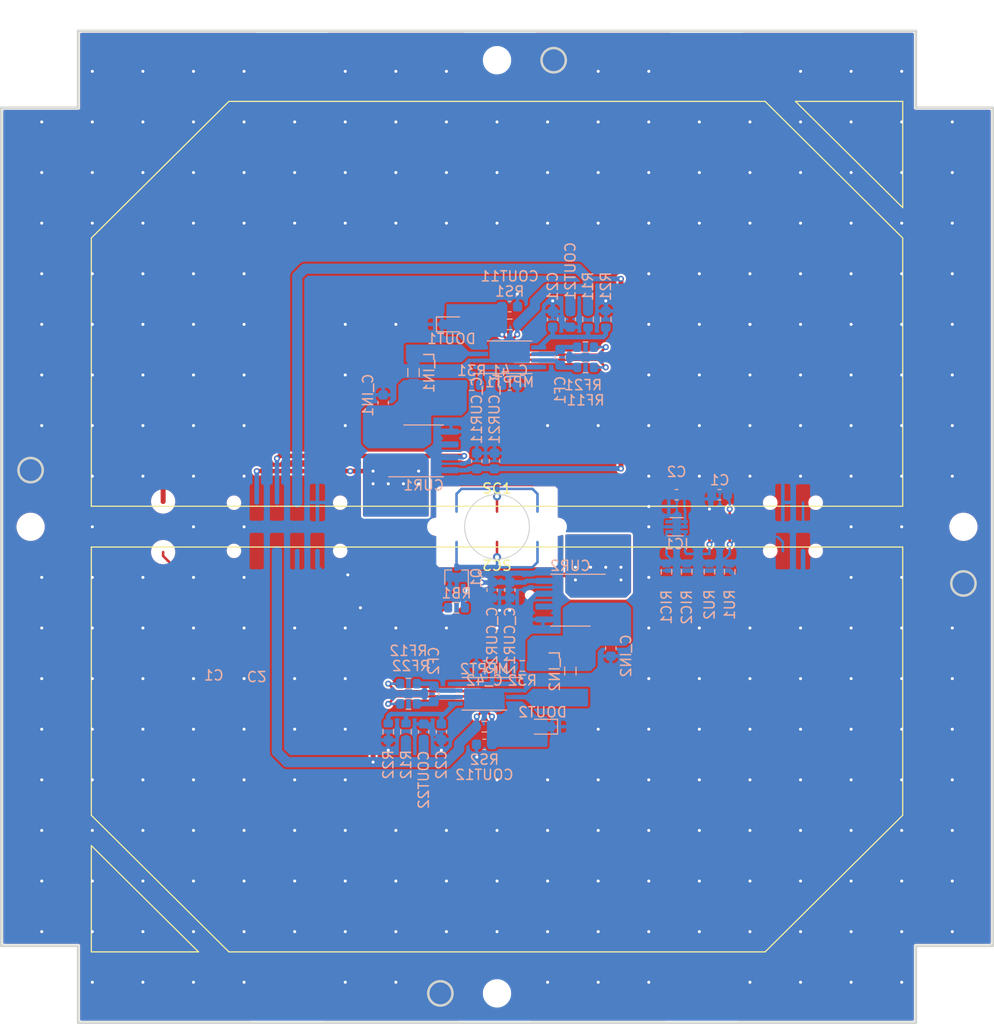
<source format=kicad_pcb>
(kicad_pcb (version 20211014) (generator pcbnew)
  (layers (0 "F.Cu" signal) (31 "B.Cu" signal) (34 "B.Paste" user) (35 "F.Paste" user) (36 "B.SilkS" user "B.Silkscreen") (37 "F.SilkS" user "F.Silkscreen") (38 "B.Mask" user) (39 "F.Mask" user) (44 "Edge.Cuts" user))
  (net 0 "")
  (net 1 "GND")
  (net 2 "/Sensors/VBAT")
  (net 3 "/+3V3")
  (net 4 "/SCL")
  (net 6 "/SDA")
  (net 7 "Net-(Q1-Pad1)")
  (net 8 "Net-(Q1-Pad3)")
  (net 9 "Net-(C21-Pad1)")
  (net 10 "/AntennaDeployment/Deploy")
  (net 11 "/AntennaDeployment/VBAT")
  (net 12 "Net-(C22-Pad1)")
  (net 13 "Net-(CF2-Pad1)")
  (net 14 "Net-(CF1-Pad1)")
  (net 15 "/SC1_V+")
  (net 16 "/SC1_I+")
  (net 17 "/MPPT1")
  (net 18 "Net-(CF1-Pad2)")
  (net 19 "/MPPT2")
  (net 20 "/SC2_I+")
  (net 21 "/SC2_V+")
  (net 22 "Net-(CF2-Pad2)")
  (net 25 "Net-(C_41-Pad2)")
  (net 26 "Net-(C_42-Pad2)")
  (net 27 "/SolarMPPT/MPPT1_OUT")
  (net 28 "/SolarMPPT/MPPT2_OUT")
  (net 29 "/SolarMPPT/CUR1_OUT")
  (net 30 "/SolarMPPT/CUR2_OUT")
  (net 31 "/SolarMPPT/MPPT1_IN")
  (net 32 "/SolarMPPT/MPPT2_IN")
  (footprint "STS_Connector:3G30A_40x80" (layer "F.Cu") (at 125 111.5 180)
    (fp_text reference "SC2")
    (fp_text value "Solar_Cell")
  )
  (footprint "USER_OUTLINE:OUTLINE_SidepanelZ+" (layer "F.Cu") (at 125 89.5)
    (fp_text reference "Outline1" hide)
    (fp_text value "OUTLINE_Sidepanel")
    (fp_line (start 41.4 -41.4) (end 49 -41.4) (layer "Edge.Cuts") (width 0.25))
    (fp_line (start -41.4 41.4) (end -49 41.4) (layer "Edge.Cuts") (width 0.25))
    (fp_line (start 49 -41.4) (end 49 41.4) (layer "Edge.Cuts") (width 0.25))
    (fp_line (start -49 -41.4) (end -41.4 -41.4) (layer "Edge.Cuts") (width 0.25))
    (fp_line (start -41.4 49) (end -41.4 41.4) (layer "Edge.Cuts") (width 0.25))
    (fp_line (start 41.4 41.4) (end 41.4 49) (layer "Edge.Cuts") (width 0.25))
    (fp_line (start -41.4 -41.4) (end -41.4 -49) (layer "Edge.Cuts") (width 0.25))
    (fp_line (start -41.4 -49) (end 41.4 -49) (layer "Edge.Cuts") (width 0.25))
    (fp_line (start -41.4 49) (end 41.4 49) (layer "Edge.Cuts") (width 0.25))
    (fp_line (start -49 -41.4) (end -49 41.4) (layer "Edge.Cuts") (width 0.25))
    (fp_line (start 49 41.4) (end 41.4 41.4) (layer "Edge.Cuts") (width 0.25))
    (fp_line (start 41.4 -49) (end 41.4 -41.4) (layer "Edge.Cuts") (width 0.25))
    (fp_circle (center -46.1 -5.6) (end -44.9 -5.6) (layer "Edge.Cuts") (width 0.25) (fill none))
    (fp_circle (center 5.6 -46.1) (end 6.8 -46.1) (layer "Edge.Cuts") (width 0.25) (fill none))
    (fp_circle (center -5.6 46.1) (end -4.4 46.1) (layer "Edge.Cuts") (width 0.25) (fill none))
    (fp_circle (center 46.1 5.6) (end 47.3 5.6) (layer "Edge.Cuts") (width 0.25) (fill none))
  )
  (footprint "STS_Connector:3G30A_40x80" (layer "F.Cu") (at 125 67.47)
    (fp_text reference "SC1")
    (fp_text value "Solar_Cell")
  )
  (footprint "Resistor_SMD:R_0603_1608Metric" (layer "B.Cu") (at 114.25 109.75 90)
    (fp_text reference "R22")
    (fp_text value "tbd")
  )
  (footprint "Resistor_SMD:R_0603_1608Metric" (layer "B.Cu") (at 135.75 69 -90)
    (fp_text reference "R21")
    (fp_text value "tbd")
  )
  (footprint "Inductor_SMD:L_0805_2012Metric" (layer "B.Cu") (at 116.745 74.26 90)
    (fp_text reference "L_IN1")
    (fp_text value "10u")
  )
  (footprint "Resistor_SMD:R_0603_1608Metric" (layer "B.Cu") (at 116.25 105)
    (fp_text reference "RF12")
    (fp_text value "1k")
  )
  (footprint "Capacitor_SMD:C_0603_1608Metric" (layer "B.Cu") (at 147 86.325 180)
    (fp_text reference "C1")
    (fp_text value "1u")
  )
  (footprint "Capacitor_SMD:C_0603_1608Metric" (layer "B.Cu") (at 142.75 86.325)
    (fp_text reference "C2")
    (fp_text value "1u")
  )
  (footprint "Capacitor_SMD:C_0603_1608Metric" (layer "B.Cu") (at 113.75 77.25 90)
    (fp_text reference "C_IN1")
    (fp_text value "10u")
  )
  (footprint "Package_TO_SOT_SMD:SOT-563" (layer "B.Cu") (at 142.75 89.5)
    (fp_text reference "IC1")
    (fp_text value "TMP112AQDRLRQ1")
  )
  (footprint "Resistor_SMD:R_0603_1608Metric" (layer "B.Cu") (at 116.25 107)
    (fp_text reference "RF22")
    (fp_text value "1k")
  )
  (footprint "Package_SO:SOIC-8_3.9x4.9mm_P1.27mm" (layer "B.Cu") (at 132.25 96.75 180)
    (fp_text reference "CUR2")
    (fp_text value "TMCS1101A3BQDT")
  )
  (footprint "Package_TO_SOT_SMD:SOT-323_SC-70" (layer "B.Cu") (at 121 94.5 90)
    (fp_text reference "Q1")
    (fp_text value "BSS214NW" hide)
  )
  (footprint "LED_SMD:LED_0603_1608Metric" (layer "B.Cu") (at 129.5 109.25 180)
    (fp_text reference "DOUT2")
    (fp_text value "SMM4F5.0")
  )
  (footprint "Capacitor_SMD:C_0603_1608Metric" (layer "B.Cu") (at 117.75 109.75 90)
    (fp_text reference "COUT22")
    (fp_text value "10u")
  )
  (footprint "Capacitor_SMD:C_0603_1608Metric" (layer "B.Cu") (at 132.25 69 -90)
    (fp_text reference "COUT21")
    (fp_text value "10u")
  )
  (footprint "Capacitor_SMD:C_0603_1608Metric" (layer "B.Cu") (at 123.75 111 180)
    (fp_text reference "COUT12")
    (fp_text value "4u7")
  )
  (footprint "Resistor_SMD:R_0603_1608Metric" (layer "B.Cu") (at 134 69 90)
    (fp_text reference "R11")
    (fp_text value "1M")
  )
  (footprint "Capacitor_SMD:C_0603_1608Metric" (layer "B.Cu") (at 118.75 106 90)
    (fp_text reference "CF2")
    (fp_text value "1u")
  )
  (footprint "Capacitor_SMD:C_0603_1608Metric" (layer "B.Cu") (at 124.75 83 90)
    (fp_text reference "C_CUR21")
    (fp_text value "10u")
  )
  (footprint "Resistor_SMD:R_0603_1608Metric" (layer "B.Cu") (at 146 93.945 90)
    (fp_text reference "RU2")
    (fp_text value "4k7")
  )
  (footprint "Diode_SMD:D_0603_1608Metric" (layer "B.Cu") (at 120.5 69.5)
    (fp_text reference "DOUT1")
    (fp_text value "SMM4F5.0")
  )
  (footprint "Resistor_SMD:R_0603_1608Metric" (layer "B.Cu") (at 126.25 69.5 180)
    (fp_text reference "RS1")
    (fp_text value "0R01")
  )
  (footprint "Package_SO:TSSOP-8_4.4x3mm_P0.65mm" (layer "B.Cu") (at 126.25 72.75)
    (fp_text reference "MPPT1")
    (fp_text value "SPV1040TTR")
  )
  (footprint "Capacitor_SMD:C_0603_1608Metric" (layer "B.Cu") (at 126.27 95.75 90)
    (fp_text reference "C_CUR12")
    (fp_text value "100n")
  )
  (footprint "Capacitor_SMD:C_0603_1608Metric" (layer "B.Cu") (at 131.25 72.75 -90)
    (fp_text reference "CF1")
    (fp_text value "1u")
  )
  (footprint "Resistor_SMD:R_0603_1608Metric" (layer "B.Cu") (at 133.75 71.75 180)
    (fp_text reference "RF21")
    (fp_text value "1k")
  )
  (footprint "Capacitor_SMD:C_0603_1608Metric" (layer "B.Cu") (at 136.25 101.5 -90)
    (fp_text reference "C_IN2")
    (fp_text value "10u")
  )
  (footprint "Resistor_SMD:R_0603_1608Metric" (layer "B.Cu") (at 116 109.75 -90)
    (fp_text reference "R12")
    (fp_text value "1M")
  )
  (footprint "Capacitor_SMD:C_0603_1608Metric" (layer "B.Cu") (at 123.75 103.25)
    (fp_text reference "C_42")
    (fp_text value "100n")
  )
  (footprint "Resistor_SMD:R_0603_1608Metric" (layer "B.Cu") (at 148 93.945 90)
    (fp_text reference "RU1")
    (fp_text value "4k7")
  )
  (footprint "Capacitor_SMD:C_0603_1608Metric" (layer "B.Cu") (at 123 83 -90)
    (fp_text reference "C_CUR11")
    (fp_text value "100n")
  )
  (footprint "Inductor_SMD:L_0805_2012Metric" (layer "B.Cu") (at 132.25 103.75 -90)
    (fp_text reference "L_IN2")
    (fp_text value "10u")
  )
  (footprint "Package_SO:SOIC-8_3.9x4.9mm_P1.27mm" (layer "B.Cu") (at 117.75 82)
    (fp_text reference "CUR1")
    (fp_text value "TMCS1101A3BQDT")
  )
  (footprint "Resistor_SMD:R_0603_1608Metric" (layer "B.Cu") (at 141.75 93.945 90)
    (fp_text reference "RIC1")
    (fp_text value "4k7")
  )
  (footprint "Resistor_SMD:R_0603_1608Metric" (layer "B.Cu") (at 122.5 75.5 180)
    (fp_text reference "R31")
    (fp_text value "1k")
  )
  (footprint "Package_SO:TSSOP-8_4.4x3mm_P0.65mm" (layer "B.Cu") (at 123.75 106 180)
    (fp_text reference "MPPT2")
    (fp_text value "SPV1040TTR")
  )
  (footprint "Capacitor_SMD:C_0603_1608Metric" (layer "B.Cu") (at 130.5 69 90)
    (fp_text reference "C21")
    (fp_text value "1n")
  )
  (footprint "Capacitor_SMD:C_0603_1608Metric" (layer "B.Cu") (at 119.5 109.75 -90)
    (fp_text reference "C22")
    (fp_text value "1n")
  )
  (footprint "Resistor_SMD:R_0603_1608Metric" (layer "B.Cu") (at 133.75 73.75 180)
    (fp_text reference "RF11")
    (fp_text value "1k")
  )
  (footprint "Resistor_SMD:R_0603_1608Metric" (layer "B.Cu") (at 127.5 103.25)
    (fp_text reference "R32")
    (fp_text value "1k")
  )
  (footprint "Capacitor_SMD:C_0603_1608Metric" (layer "B.Cu") (at 126.25 67.75)
    (fp_text reference "COUT11")
    (fp_text value "4u7")
  )
  (footprint "Resistor_SMD:R_0603_1608Metric" (layer "B.Cu") (at 123.75 109.25)
    (fp_text reference "RS2")
    (fp_text value "0R01")
  )
  (footprint "Capacitor_SMD:C_0603_1608Metric" (layer "B.Cu") (at 126.25 75.5 180)
    (fp_text reference "C_41")
    (fp_text value "100n")
  )
  (footprint "Resistor_SMD:R_0603_1608Metric" (layer "B.Cu") (at 121 97.5 180)
    (fp_text reference "RB1")
    (fp_text value "10k" hide)
  )
  (footprint "Resistor_SMD:R_0603_1608Metric" (layer "B.Cu") (at 143.75 93.945 90)
    (fp_text reference "RIC2")
    (fp_text value "4k7")
  )
  (footprint "Capacitor_SMD:C_0603_1608Metric" (layer "B.Cu") (at 124.52 95.75 -90)
    (fp_text reference "C_CUR22")
    (fp_text value "10u")
  )
  (gr_circle (center 125 89.5) (end 128.2 89.5) (layer "Edge.Cuts") (width 0.1) (fill none))
  (gr_text "C2" (at 101.25 104.25 -180) (layer "B.SilkS") (effects (font (size 1 1)) (justify mirror)))
  (gr_text "C1" (at 97 104.18) (layer "B.SilkS") (effects (font (size 1 1)) (justify mirror)))
  (segment (start 146 88.65) (end 146.05 88.7) (width 0.25) (layer "F.Cu") (net 1))
  (segment (start 146 87.75) (end 146 88.65) (width 0.25) (layer "F.Cu") (net 1))
  (via (at 85 84.5) (size 0.6) (drill 0.3) (layers "F.Cu" "B.Cu") (net 1))
  (via (at 95 64.5) (size 0.6) (drill 0.3) (layers "F.Cu" "B.Cu") (net 1))
  (via (at 115 134.5) (size 0.6) (drill 0.3) (layers "F.Cu" "B.Cu") (net 1))
  (via (at 140 124.5) (size 0.6) (drill 0.3) (layers "F.Cu" "B.Cu") (net 1))
  (via (at 165 99.5) (size 0.6) (drill 0.3) (layers "F.Cu" "B.Cu") (net 1))
  (via (at 105 124.5) (size 0.6) (drill 0.3) (layers "F.Cu" "B.Cu") (net 1))
  (via (at 105 104.5) (size 0.6) (drill 0.3) (layers "F.Cu" "B.Cu") (net 1))
  (via (at 150 79.5) (size 0.6) (drill 0.3) (layers "F.Cu" "B.Cu") (net 1))
  (via (at 127 66.5) (size 0.6) (drill 0.3) (layers "F.Cu" "B.Cu") (net 1))
  (via (at 140 114.5) (size 0.6) (drill 0.3) (layers "F.Cu" "B.Cu") (net 1))
  (via (at 145 109.5) (size 0.6) (drill 0.3) (layers "F.Cu" "B.Cu") (net 1))
  (via (at 85 54.5) (size 0.6) (drill 0.3) (layers "F.Cu" "B.Cu") (net 1))
  (via (at 130 114.5) (size 0.6) (drill 0.3) (layers "F.Cu" "B.Cu") (net 1))
  (via (at 140 59.5) (size 0.6) (drill 0.3) (layers "F.Cu" "B.Cu") (net 1))
  (via (at 100 129.5) (size 0.6) (drill 0.3) (layers "F.Cu" "B.Cu") (net 1))
  (via (at 130 79.5) (size 0.6) (drill 0.3) (layers "F.Cu" "B.Cu") (net 1))
  (via (at 95 44.5) (size 0.6) (drill 0.3) (layers "F.Cu" "B.Cu") (net 1))
  (via (at 95 79.5) (size 0.6) (drill 0.3) (layers "F.Cu" "B.Cu") (net 1))
  (via (at 125 129.5) (size 0.6) (drill 0.3) (layers "F.Cu" "B.Cu") (net 1))
  (via (at 165 74.5) (size 0.6) (drill 0.3) (layers "F.Cu" "B.Cu") (net 1))
  (via (at 155 69.5) (size 0.6) (drill 0.3) (layers "F.Cu" "B.Cu") (net 1))
  (via (at 95 99.5) (size 0.6) (drill 0.3) (layers "F.Cu" "B.Cu") (net 1))
  (via (at 140 119.5) (size 0.6) (drill 0.3) (layers "F.Cu" "B.Cu") (net 1))
  (via (at 170 69.5) (size 0.6) (drill 0.3) (layers "F.Cu" "B.Cu") (net 1))
  (via (at 160 64.5) (size 0.6) (drill 0.3) (layers "F.Cu" "B.Cu") (net 1))
  (via (at 165 119.5) (size 0.6) (drill 0.3) (layers "F.Cu" "B.Cu") (net 1))
  (via (at 100 99.5) (size 0.6) (drill 0.3) (layers "F.Cu" "B.Cu") (net 1))
  (via (at 165 54.5) (size 0.6) (drill 0.3) (layers "F.Cu" "B.Cu") (net 1))
  (via (at 115 69.5) (size 0.6) (drill 0.3) (layers "F.Cu" "B.Cu") (net 1))
  (via (at 140 44.5) (size 0.6) (drill 0.3) (layers "F.Cu" "B.Cu") (net 1))
  (via (at 110 74.5) (size 0.6) (drill 0.3) (layers "F.Cu" "B.Cu") (net 1))
  (via (at 95 124.5) (size 0.6) (drill 0.3) (layers "F.Cu" "B.Cu") (net 1))
  (via (at 85 49.5) (size 0.6) (drill 0.3) (layers "F.Cu" "B.Cu") (net 1))
  (via (at 95 59.5) (size 0.6) (drill 0.3) (layers "F.Cu" "B.Cu") (net 1))
  (via (at 155 129.5) (size 0.6) (drill 0.3) (layers "F.Cu" "B.Cu") (net 1))
  (via (at 120 59.5) (size 0.6) (drill 0.3) (layers "F.Cu" "B.Cu") (net 1))
  (via (at 110 44.5) (size 0.6) (drill 0.3) (layers "F.Cu" "B.Cu") (net 1))
  (via (at 165 124.5) (size 0.6) (drill 0.3) (layers "F.Cu" "B.Cu") (net 1))
  (via (at 125 49.5) (size 0.6) (drill 0.3) (layers "F.Cu" "B.Cu") (net 1))
  (via (at 80 54.5) (size 0.6) (drill 0.3) (layers "F.Cu" "B.Cu") (net 1))
  (via (at 135 114.5) (size 0.6) (drill 0.3) (layers "F.Cu" "B.Cu") (net 1))
  (via (at 105 49.5) (size 0.6) (drill 0.3) (layers "F.Cu" "B.Cu") (net 1))
  (via (at 160 129.5) (size 0.6) (drill 0.3) (layers "F.Cu" "B.Cu") (net 1))
  (via (at 100 59.5) (size 0.6) (drill 0.3) (layers "F.Cu" "B.Cu") (net 1))
  (via (at 95 49.5) (size 0.6) (drill 0.3) (layers "F.Cu" "B.Cu") (net 1))
  (via (at 85 59.5) (size 0.6) (drill 0.3) (layers "F.Cu" "B.Cu") (net 1))
  (via (at 170 119.5) (size 0.6) (drill 0.3) (layers "F.Cu" "B.Cu") (net 1))
  (via (at 155 74.5) (size 0.6) (drill 0.3) (layers "F.Cu" "B.Cu") (net 1))
  (via (at 140 69.5) (size 0.6) (drill 0.3) (layers "F.Cu" "B.Cu") (net 1))
  (via (at 140 99.5) (size 0.6) (drill 0.3) (layers "F.Cu" "B.Cu") (net 1))
  (via (at 85 104.5) (size 0.6) (drill 0.3) (layers "F.Cu" "B.Cu") (net 1))
  (via (at 155 99.5) (size 0.6) (drill 0.3) (layers "F.Cu" "B.Cu") (net 1))
  (via (at 85 109.5) (size 0.6) (drill 0.3) (layers "F.Cu" "B.Cu") (net 1))
  (via (at 95 134.5) (size 0.6) (drill 0.3) (layers "F.Cu" "B.Cu") (net 1))
  (via (at 110 99.5) (size 0.6) (drill 0.3) (layers "F.Cu" "B.Cu") (net 1))
  (via (at 110 59.5) (size 0.6) (drill 0.3) (layers "F.Cu" "B.Cu") (net 1))
  (via (at 105 54.5) (size 0.6) (drill 0.3) (layers "F.Cu" "B.Cu") (net 1))
  (via (at 114.25 111.5745) (size 0.6) (drill 0.3) (layers "F.Cu" "B.Cu") (net 1))
  (via (at 110 79.5) (size 0.6) (drill 0.3) (layers "F.Cu" "B.Cu") (net 1))
  (via (at 85 79.5) (size 0.6) (drill 0.3) (layers "F.Cu" "B.Cu") (net 1))
  (via (at 170 49.5) (size 0.6) (drill 0.3) (layers "F.Cu" "B.Cu") (net 1))
  (via (at 150 134.5) (size 0.6) (drill 0.3) (layers "F.Cu" "B.Cu") (net 1))
  (via (at 95 94.5) (size 0.6) (drill 0.3) (layers "F.Cu" "B.Cu") (net 1))
  (via (at 155 84.5) (size 0.6) (drill 0.3) (layers "F.Cu" "B.Cu") (net 1))
  (via (at 125.25 97.75) (size 0.6) (drill 0.3) (layers "F.Cu" "B.Cu") (net 1))
  (via (at 145 119.5) (size 0.6) (drill 0.3) (layers "F.Cu" "B.Cu") (net 1))
  (via (at 100 44.5) (size 0.6) (drill 0.3) (layers "F.Cu" "B.Cu") (net 1))
  (via (at 130 49.5) (size 0.6) (drill 0.3) (layers "F.Cu" "B.Cu") (net 1))
  (via (at 120 44.5) (size 0.6) (drill 0.3) (layers "F.Cu" "B.Cu") (net 1))
  (via (at 150 69.5) (size 0.6) (drill 0.3) (layers "F.Cu" "B.Cu") (net 1))
  (via (at 85 134.5) (size 0.6) (drill 0.3) (layers "F.Cu" "B.Cu") (net 1))
  (via (at 110 109.5) (size 0.6) (drill 0.3) (layers "F.Cu" "B.Cu") (net 1))
  (via (at 160 54.5) (size 0.6) (drill 0.3) (layers "F.Cu" "B.Cu") (net 1))
  (via (at 160 74.5) (size 0.6) (drill 0.3) (layers "F.Cu" "B.Cu") (net 1))
  (via (at 155 59.5) (size 0.6) (drill 0.3) (layers "F.Cu" "B.Cu") (net 1))
  (via (at 120 124.5) (size 0.6) (drill 0.3) (layers "F.Cu" "B.Cu") (net 1))
  (via (at 95 74.5) (size 0.6) (drill 0.3) (layers "F.Cu" "B.Cu") (net 1))
  (via (at 80 104.5) (size 0.6) (drill 0.3) (layers "F.Cu" "B.Cu") (net 1))
  (via (at 110 129.5) (size 0.6) (drill 0.3) (layers "F.Cu" "B.Cu") (net 1))
  (via (at 165 79.5) (size 0.6) (drill 0.3) (layers "F.Cu" "B.Cu") (net 1))
  (via (at 95 69.5) (size 0.6) (drill 0.3) (layers "F.Cu" "B.Cu") (net 1))
  (via (at 90 49.5) (size 0.6) (drill 0.3) (layers "F.Cu" "B.Cu") (net 1))
  (via (at 145 64.5) (size 0.6) (drill 0.3) (layers "F.Cu" "B.Cu") (net 1))
  (via (at 140 84.5) (size 0.6) (drill 0.3) (layers "F.Cu" "B.Cu") (net 1))
  (via (at 119.5 111.5745) (size 0.6) (drill 0.3) (layers "F.Cu" "B.Cu") (net 1))
  (via (at 155 79.5) (size 0.6) (drill 0.3) (layers "F.Cu" "B.Cu") (net 1))
  (via (at 165 89.5) (size 0.6) (drill 0.3) (layers "F.Cu" "B.Cu") (net 1))
  (via (at 150 119.5) (size 0.6) (drill 0.3) (layers "F.Cu" "B.Cu") (net 1))
  (via (at 160 114.5) (size 0.6) (drill 0.3) (layers "F.Cu" "B.Cu") (net 1))
  (via (at 160 69.5) (size 0.6) (drill 0.3) (layers "F.Cu" "B.Cu") (net 1))
  (via (at 160 89.5) (size 0.6) (drill 0.3) (layers "F.Cu" "B.Cu") (net 1))
  (via (at 150 54.5) (size 0.6) (drill 0.3) (layers "F.Cu" "B.Cu") (net 1))
  (via (at 110 54.5) (size 0.6) (drill 0.3) (layers "F.Cu" "B.Cu") (net 1))
  (via (at 145 49.5) (size 0.6) (drill 0.3) (layers "F.Cu" "B.Cu") (net 1))
  (via (at 80 119.5) (size 0.6) (drill 0.3) (layers "F.Cu" "B.Cu") (net 1))
  (via (at 140 49.5) (size 0.6) (drill 0.3) (layers "F.Cu" "B.Cu") (net 1))
  (via (at 110 124.5) (size 0.6) (drill 0.3) (layers "F.Cu" "B.Cu") (net 1))
  (via (at 160 134.5) (size 0.6) (drill 0.3) (layers "F.Cu" "B.Cu") (net 1))
  (via (at 115 99.5) (size 0.6) (drill 0.3) (layers "F.Cu" "B.Cu") (net 1))
  (via (at 155 119.5) (size 0.6) (drill 0.3) (layers "F.Cu" "B.Cu") (net 1))
  (via (at 100 114.5) (size 0.6) (drill 0.3) (layers "F.Cu" "B.Cu") (net 1))
  (via (at 90 104.5) (size 0.6) (drill 0.3) (layers "F.Cu" "B.Cu") (net 1))
  (via (at 160 99.5) (size 0.6) (drill 0.3) (layers "F.Cu" "B.Cu") (net 1))
  (via (at 140 129.5) (size 0.6) (drill 0.3) (layers "F.Cu" "B.Cu") (net 1))
  (via (at 100 54.5) (size 0.6) (drill 0.3) (layers "F.Cu" "B.Cu") (net 1))
  (via (at 165 84.5) (size 0.6) (drill 0.3) (layers "F.Cu" "B.Cu") (net 1))
  (via (at 126.25 97.75) (size 0.6) (drill 0.3) (layers "F.Cu" "B.Cu") (net 1))
  (via (at 85 114.5) (size 0.6) (drill 0.3) (layers "F.Cu" "B.Cu") (net 1))
  (via (at 120 49.5) (size 0.6) (drill 0.3) (layers "F.Cu" "B.Cu") (net 1))
  (via (at 80 99.5) (size 0.6) (drill 0.3) (layers "F.Cu" "B.Cu") (net 1))
  (via (at 130 54.5) (size 0.6) (drill 0.3) (layers "F.Cu" "B.Cu") (net 1))
  (via (at 115 119.5) (size 0.6) (drill 0.3) (layers "F.Cu" "B.Cu") (net 1))
  (via (at 150 104.5) (size 0.6) (drill 0.3) (layers "F.Cu" "B.Cu") (net 1))
  (via (at 165 49.5) (size 0.6) (drill 0.3) (layers "F.Cu" "B.Cu") (net 1))
  (via (at 130 59.5) (size 0.6) (drill 0.3) (layers "F.Cu" "B.Cu") (net 1))
  (via (at 123 112.25) (size 0.6) (drill 0.3) (layers "F.Cu" "B.Cu") (net 1))
  (via (at 125 124.5) (size 0.6) (drill 0.3) (layers "F.Cu" "B.Cu") (net 1))
  (via (at 80 49.5) (size 0.6) (drill 0.3) (layers "F.Cu" "B.Cu") (net 1))
  (via (at 100 94.5) (size 0.6) (drill 0.3) (layers "F.Cu" "B.Cu") (net 1))
  (via (at 170 74.5) (size 0.6) (drill 0.3) (layers "F.Cu" "B.Cu") (net 1))
  (via (at 135.75 67.1755) (size 0.6) (drill 0.3) (layers "F.Cu" "B.Cu") (net 1))
  (via (at 105 59.5) (size 0.6) (drill 0.3) (layers "F.Cu" "B.Cu") (net 1))
  (via (at 80 69.5) (size 0.6) (drill 0.3) (layers "F.Cu" "B.Cu") (net 1))
  (via (at 165 114.5) (size 0.6) (drill 0.3) (layers "F.Cu" "B.Cu") (net 1))
  (via (at 125 54.5) (size 0.6) (drill 0.3) (layers "F.Cu" "B.Cu") (net 1))
  (via (at 140 109.5) (size 0.6) (drill 0.3) (layers "F.Cu" "B.Cu") (net 1))
  (via (at 135 49.5) (size 0.6) (drill 0.3) (layers "F.Cu" "B.Cu") (net 1))
  (via (at 120 129.5) (size 0.6) (drill 0.3) (layers "F.Cu" "B.Cu") (net 1))
  (via (at 155 109.5) (size 0.6) (drill 0.3) (layers "F.Cu" "B.Cu") (net 1))
  (via (at 155 64.5) (size 0.6) (drill 0.3) (layers "F.Cu" "B.Cu") (net 1))
  (via (at 90 79.5) (size 0.6) (drill 0.3) (layers "F.Cu" "B.Cu") (net 1))
  (via (at 110 119.5) (size 0.6) (drill 0.3) (layers "F.Cu" "B.Cu") (net 1))
  (via (at 115 129.5) (size 0.6) (drill 0.3) (layers "F.Cu" "B.Cu") (net 1))
  (via (at 135 134.5) (size 0.6) (drill 0.3) (layers "F.Cu" "B.Cu") (net 1))
  (via (at 160 119.5) (size 0.6) (drill 0.3) (layers "F.Cu" "B.Cu") (net 1))
  (via (at 170 54.5) (size 0.6) (drill 0.3) (layers "F.Cu" "B.Cu") (net 1))
  (via (at 90 114.5) (size 0.6) (drill 0.3) (layers "F.Cu" "B.Cu") (net 1))
  (via (at 80 129.5) (size 0.6) (drill 0.3) (layers "F.Cu" "B.Cu") (net 1))
  (via (at 115 54.5) (size 0.6) (drill 0.3) (layers "F.Cu" "B.Cu") (net 1))
  (via (at 135 129.5) (size 0.6) (drill 0.3) (layers "F.Cu" "B.Cu") (net 1))
  (via (at 80 64.5) (size 0.6) (drill 0.3) (layers "F.Cu" "B.Cu") (net 1))
  (via (at 120 119.5) (size 0.6) (drill 0.3) (layers "F.Cu" "B.Cu") (net 1))
  (via (at 140 87.5) (size 0.6) (drill 0.3) (layers "F.Cu" "B.Cu") (net 1))
  (via (at 135 119.5) (size 0.6) (drill 0.3) (layers "F.Cu" "B.Cu") (net 1))
  (via (at 100 79.5) (size 0.6) (drill 0.3) (layers "F.Cu" "B.Cu") (net 1))
  (via (at 150 129.5) (size 0.6) (drill 0.3) (layers "F.Cu" "B.Cu") (net 1))
  (via (at 115 49.5) (size 0.6) (drill 0.3) (layers "F.Cu" "B.Cu") (net 1))
  (via (at 145 99.5) (size 0.6) (drill 0.3) (layers "F.Cu" "B.Cu") (net 1))
  (via (at 150 109.5) (size 0.6) (drill 0.3) (layers "F.Cu" "B.Cu") (net 1))
  (via (at 125 114.5) (size 0.6) (drill 0.3) (layers "F.Cu" "B.Cu") (net 1))
  (via (at 160 79.5) (size 0.6) (drill 0.3) (layers "F.Cu" "B.Cu") (net 1))
  (via (at 160 109.5) (size 0.6) (drill 0.3) (layers "F.Cu" "B.Cu") (net 1))
  (via (at 90 69.5) (size 0.6) (drill 0.3) (layers "F.Cu" "B.Cu") (net 1))
  (via (at 150 99.5) (size 0.6) (drill 0.3) (layers "F.Cu" "B.Cu") (net 1))
  (via (at 85 124.5) (size 0.6) (drill 0.3) (layers "F.Cu" "B.Cu") (net 1))
  (via (at 90 134.5) (size 0.6) (drill 0.3) (layers "F.Cu" "B.Cu") (net 1))
  (via (at 145 124.5) (size 0.6) (drill 0.3) (layers "F.Cu" "B.Cu") (net 1))
  (via (at 140 79.5) (size 0.6) (drill 0.3) (layers "F.Cu" "B.Cu") (net 1))
  (via (at 160 104.5) (size 0.6) (drill 0.3) (layers "F.Cu" "B.Cu") (net 1))
  (via (at 90 59.5) (size 0.6) (drill 0.3) (layers "F.Cu" "B.Cu") (net 1))
  (via (at 150 124.5) (size 0.6) (drill 0.3) (layers "F.Cu" "B.Cu") (net 1))
  (via (at 90 44.5) (size 0.6) (drill 0.3) (layers "F.Cu" "B.Cu") (net 1))
  (via (at 145 104.5) (size 0.6) (drill 0.3) (layers "F.Cu" "B.Cu") (net 1))
  (via (at 155 114.5) (size 0.6) (drill 0.3) (layers "F.Cu" "B.Cu") (net 1))
  (via (at 110 104.5) (size 0.6) (drill 0.3) (layers "F.Cu" "B.Cu") (net 1))
  (via (at 165 69.5) (size 0.6) (drill 0.3) (layers "F.Cu" "B.Cu") (net 1))
  (via (at 85 74.5) (size 0.6) (drill 0.3) (layers "F.Cu" "B.Cu") (net 1))
  (via (at 85 129.5) (size 0.6) (drill 0.3) (layers "F.Cu" "B.Cu") (net 1))
  (via (at 90 54.5) (size 0.6) (drill 0.3) (layers "F.Cu" "B.Cu") (net 1))
  (via (at 145 84.5) (size 0.6) (drill 0.3) (layers "F.Cu" "B.Cu") (net 1))
  (via (at 100 104.5) (size 0.6) (drill 0.3) (layers "F.Cu" "B.Cu") (net 1))
  (via (at 125 59.5) (size 0.6) (drill 0.3) (layers "F.Cu" "B.Cu") (net 1))
  (via (at 80 109.5) (size 0.6) (drill 0.3) (layers "F.Cu" "B.Cu") (net 1))
  (via (at 95 109.5) (size 0.6) (drill 0.3) (layers "F.Cu" "B.Cu") (net 1))
  (via (at 150 84.5) (size 0.6) (drill 0.3) (layers "F.Cu" "B.Cu") (net 1))
  (via (at 125 99.5) (size 0.6) (drill 0.3) (layers "F.Cu" "B.Cu") (net 1))
  (via (at 100 119.5) (size 0.6) (drill 0.3) (layers "F.Cu" "B.Cu") (net 1))
  (via (at 150 49.5) (size 0.6) (drill 0.3) (layers "F.Cu" "B.Cu") (net 1))
  (via (at 80 94.5) (size 0.6) (drill 0.3) (layers "F.Cu" "B.Cu") (net 1))
  (via (at 140 104.5) (size 0.6) (drill 0.3) (layers "F.Cu" "B.Cu") (net 1))
  (via (at 85 119.5) (size 0.6) (drill 0.3) (layers "F.Cu" "B.Cu") (net 1))
  (via (at 100 134.5) (size 0.6) (drill 0.3) (layers "F.Cu" "B.Cu") (net 1))
  (via (at 130 134.5) (size 0.6) (drill 0.3) (layers "F.Cu" "B.Cu") (net 1))
  (via (at 110 49.5) (size 0.6) (drill 0.3) (layers "F.Cu" "B.Cu") (net 1))
  (via (at 105 109.5) (size 0.6) (drill 0.3) (layers "F.Cu" "B.Cu") (net 1))
  (via (at 155 104.5) (size 0.6) (drill 0.3) (layers "F.Cu" "B.Cu") (net 1))
  (via (at 145 59.5) (size 0.6) (drill 0.3) (layers "F.Cu" "B.Cu") (net 1))
  (via (at 130 129.5) (size 0.6) (drill 0.3) (layers "F.Cu" "B.Cu") (net 1))
  (via (at 80 59.5) (size 0.6) (drill 0.3) (layers "F.Cu" "B.Cu") (net 1))
  (via (at 160 49.5) (size 0.6) (drill 0.3) (layers "F.Cu" "B.Cu") (net 1))
  (via (at 85 64.5) (size 0.6) (drill 0.3) (layers "F.Cu" "B.Cu") (net 1))
  (via (at 140 74.5) (size 0.6) (drill 0.3) (layers "F.Cu" "B.Cu") (net 1))
  (via (at 170 104.5) (size 0.6) (drill 0.3) (layers "F.Cu" "B.Cu") (net 1))
  (via (at 90 124.5) (size 0.6) (drill 0.3) (layers "F.Cu" "B.Cu") (net 1))
  (via (at 145 129.5) (size 0.6) (drill 0.3) (layers "F.Cu" "B.Cu") (net 1))
  (via (at 100 124.5) (size 0.6) (drill 0.3) (layers "F.Cu" "B.Cu") (net 1))
  (via (at 110 114.5) (size 0.6) (drill 0.3) (layers "F.Cu" "B.Cu") (net 1))
  (via (at 170 109.5) (size 0.6) (drill 0.3) (layers "F.Cu" "B.Cu") (net 1))
  (via (at 165 109.5) (size 0.6) (drill 0.3) (layers "F.Cu" "B.Cu") (net 1))
  (via (at 130.5 67.1755) (size 0.6) (drill 0.3) (layers "F.Cu" "B.Cu") (net 1))
  (via (at 115 44.5) (size 0.6) (drill 0.3) (layers "F.Cu" "B.Cu") (net 1))
  (via (at 80 114.5) (size 0.6) (drill 0.3) (layers "F.Cu" "B.Cu") (net 1))
  (via (at 140 134.5) (size 0.6) (drill 0.3) (layers "F.Cu" "B.Cu") (net 1))
  (via (at 105 129.5) (size 0.6) (drill 0.3) (layers "F.Cu" "B.Cu") (net 1))
  (via (at 105 114.5) (size 0.6) (drill 0.3) (layers "F.Cu" "B.Cu") (net 1))
  (via (at 115 59.5) (size 0.6) (drill 0.3) (layers "F.Cu" "B.Cu") (net 1))
  (via (at 95 84.5) (size 0.6) (drill 0.3) (layers "F.Cu" "B.Cu") (net 1))
  (via (at 140 54.5) (size 0.6) (drill 0.3) (layers "F.Cu" "B.Cu") (net 1))
  (via (at 85 89.5) (size 0.6) (drill 0.3) (layers "F.Cu" "B.Cu") (net 1))
  (via (at 85 69.5) (size 0.6) (drill 0.3) (layers "F.Cu" "B.Cu") (net 1))
  (via (at 165 94.5) (size 0.6) (drill 0.3) (layers "F.Cu" "B.Cu") (net 1))
  (via (at 80 74.5) (size 0.6) (drill 0.3) (layers "F.Cu" "B.Cu") (net 1))
  (via (at 160 44.5) (size 0.6) (drill 0.3) (layers "F.Cu" "B.Cu") (net 1))
  (via (at 140 64.5) (size 0.6) (drill 0.3) (layers "F.Cu" "B.Cu") (net 1))
  (via (at 125 119.5) (size 0.6) (drill 0.3) (layers "F.Cu" "B.Cu") (net 1))
  (via (at 105 99.5) (size 0.6) (drill 0.3) (layers "F.Cu" "B.Cu") (net 1))
  (via (at 90 99.5) (size 0.6) (drill 0.3) (layers "F.Cu" "B.Cu") (net 1))
  (via (at 100 69.5) (size 0.6) (drill 0.3) (layers "F.Cu" "B.Cu") (net 1))
  (via (at 135 44.5) (size 0.6) (drill 0.3) (layers "F.Cu" "B.Cu") (net 1))
  (via (at 145 74.5) (size 0.6) (drill 0.3) (layers "F.Cu" "B.Cu") (net 1))
  (via (at 170 129.5) (size 0.6) (drill 0.3) (layers "F.Cu" "B.Cu") (net 1))
  (via (at 95 104.5) (size 0.6) (drill 0.3) (layers "F.Cu" "B.Cu") (net 1))
  (via (at 165 104.5) (size 0.6) (drill 0.3) (layers "F.Cu" "B.Cu") (net 1))
  (via (at 100 64.5) (size 0.6) (drill 0.3) (layers "F.Cu" "B.Cu") (net 1))
  (via (at 155 49.5) (size 0.6) (drill 0.3) (layers "F.Cu" "B.Cu") (net 1))
  (via (at 80 124.5) (size 0.6) (drill 0.3) (layers "F.Cu" "B.Cu") (net 1))
  (via (at 80 79.5) (size 0.6) (drill 0.3) (layers "F.Cu" "B.Cu") (net 1))
  (via (at 90 74.5) (size 0.6) (drill 0.3) (layers "F.Cu" "B.Cu") (net 1))
  (via (at 170 84.5) (size 0.6) (drill 0.3) (layers "F.Cu" "B.Cu") (net 1))
  (via (at 170 64.5) (size 0.6) (drill 0.3) (layers "F.Cu" "B.Cu") (net 1))
  (via (at 170 99.5) (size 0.6) (drill 0.3) (layers "F.Cu" "B.Cu") (net 1))
  (via (at 100 49.5) (size 0.6) (drill 0.3) (layers "F.Cu" "B.Cu") (net 1))
  (via (at 85 99.5) (size 0.6) (drill 0.3) (layers "F.Cu" "B.Cu") (net 1))
  (via (at 170 79.5) (size 0.6) (drill 0.3) (layers "F.Cu" "B.Cu") (net 1))
  (via (at 120 99.5) (size 0.6) (drill 0.3) (layers "F.Cu" "B.Cu") (net 1))
  (via (at 150 74.5) (size 0.6) (drill 0.3) (layers "F.Cu" "B.Cu") (net 1))
  (via (at 100 109.5) (size 0.6) (drill 0.3) (layers "F.Cu" "B.Cu") (net 1))
  (via (at 145 79.5) (size 0.6) (drill 0.3) (layers "F.Cu" "B.Cu") (net 1))
  (via (at 90 119.5) (size 0.6) (drill 0.3) (layers "F.Cu" "B.Cu") (net 1))
  (via (at 95 89.5) (size 0.6) (drill 0.3) (layers "F.Cu" "B.Cu") (net 1))
  (via (at 145 114.5) (size 0.6) (drill 0.3) (layers "F.Cu" "B.Cu") (net 1))
  (via (at 170 59.5) (size 0.6) (drill 0.3) (layers "F.Cu" "B.Cu") (net 1))
  (via (at 110 69.5) (size 0.6) (drill 0.3) (layers "F.Cu" "B.Cu") (net 1))
  (via (at 130 124.5) (size 0.6) (drill 0.3) (layers "F.Cu" "B.Cu") (net 1))
  (via (at 135 54.5) (size 0.6) (drill 0.3) (layers "F.Cu" "B.Cu") (net 1))
  (via (at 90 94.5) (size 0.6) (drill 0.3) (layers "F.Cu" "B.Cu") (net 1))
  (via (at 130 119.5) (size 0.6) (drill 0.3) (layers "F.Cu" "B.Cu") (net 1))
  (via (at 85 44.5) (size 0.6) (drill 0.3) (layers "F.Cu" "B.Cu") (net 1))
  (via (at 135 59.5) (size 0.6) (drill 0.3) (layers "F.Cu" "B.Cu") (net 1))
  (via (at 90 64.5) (size 0.6) (drill 0.3) (layers "F.Cu" "B.Cu") (net 1))
  (via (at 100 89.5) (size 0.6) (drill 0.3) (layers "F.Cu" "B.Cu") (net 1))
  (via (at 145 54.5) (size 0.6) (drill 0.3) (layers "F.Cu" "B.Cu") (net 1))
  (via (at 150 59.5) (size 0.6) (drill 0.3) (layers "F.Cu" "B.Cu") (net 1))
  (via (at 146 87.75) (size 0.6) (drill 0.3) (layers "F.Cu" "B.Cu") (net 1))
  (via (at 155 54.5) (size 0.6) (drill 0.3) (layers "F.Cu" "B.Cu") (net 1))
  (via (at 135 124.5) (size 0.6) (drill 0.3) (layers "F.Cu" "B.Cu") (net 1))
  (via (at 160 94.5) (size 0.6) (drill 0.3) (layers "F.Cu" "B.Cu") (net 1))
  (via (at 100 84.5) (size 0.6) (drill 0.3) (layers "F.Cu" "B.Cu") (net 1))
  (via (at 150 114.5) (size 0.6) (drill 0.3) (layers "F.Cu" "B.Cu") (net 1))
  (via (at 135 109.5) (size 0.6) (drill 0.3) (layers "F.Cu" "B.Cu") (net 1))
  (via (at 160 84.5) (size 0.6) (drill 0.3) (layers "F.Cu" "B.Cu") (net 1))
  (via (at 95 119.5) (size 0.6) (drill 0.3) (layers "F.Cu" "B.Cu") (net 1))
  (via (at 135 79.5) (size 0.6) (drill 0.3) (layers "F.Cu" "B.Cu") (net 1))
  (via (at 160 124.5) (size 0.6) (drill 0.3) (layers "F.Cu" "B.Cu") (net 1))
  (via (at 95 54.5) (size 0.6) (drill 0.3) (layers "F.Cu" "B.Cu") (net 1))
  (via (at 90 109.5) (size 0.6) (drill 0.3) (layers "F.Cu" "B.Cu") (net 1))
  (via (at 155 134.5) (size 0.6) (drill 0.3) (layers "F.Cu" "B.Cu") (net 1))
  (via (at 110 134.5) (size 0.6) (drill 0.3) (layers "F.Cu" "B.Cu") (net 1))
  (via (at 90 84.5) (size 0.6) (drill 0.3) (layers "F.Cu" "B.Cu") (net 1))
  (via (at 90 129.5) (size 0.6) (drill 0.3) (layers "F.Cu" "B.Cu") (net 1))
  (via (at 115 124.5) (size 0.6) (drill 0.3) (layers "F.Cu" "B.Cu") (net 1))
  (via (at 165 59.5) (size 0.6) (drill 0.3) (layers "F.Cu" "B.Cu") (net 1))
  (via (at 150 64.5) (size 0.6) (drill 0.3) (layers "F.Cu" "B.Cu") (net 1))
  (via (at 165 64.5) (size 0.6) (drill 0.3) (layers "F.Cu" "B.Cu") (net 1))
  (via (at 140 94.5) (size 0.6) (drill 0.3) (layers "F.Cu" "B.Cu") (net 1))
  (via (at 165 129.5) (size 0.6) (drill 0.3) (layers "F.Cu" "B.Cu") (net 1))
  (via (at 170 124.5) (size 0.6) (drill 0.3) (layers "F.Cu" "B.Cu") (net 1))
  (via (at 95 129.5) (size 0.6) (drill 0.3) (layers "F.Cu" "B.Cu") (net 1))
  (via (at 145 69.5) (size 0.6) (drill 0.3) (layers "F.Cu" "B.Cu") (net 1))
  (via (at 140 89.5) (size 0.6) (drill 0.3) (layers "F.Cu" "B.Cu") (net 1))
  (via (at 165 44.5) (size 0.6) (drill 0.3) (layers "F.Cu" "B.Cu") (net 1))
  (via (at 105 119.5) (size 0.6) (drill 0.3) (layers "F.Cu" "B.Cu") (net 1))
  (via (at 160 59.5) (size 0.6) (drill 0.3) (layers "F.Cu" "B.Cu") (net 1))
  (via (at 95 114.5) (size 0.6) (drill 0.3) (layers "F.Cu" "B.Cu") (net 1))
  (via (at 100 74.5) (size 0.6) (drill 0.3) (layers "F.Cu" "B.Cu") (net 1))
  (via (at 155 44.5) (size 0.6) (drill 0.3) (layers "F.Cu" "B.Cu") (net 1))
  (via (at 170 114.5) (size 0.6) (drill 0.3) (layers "F.Cu" "B.Cu") (net 1))
  (via (at 120 54.5) (size 0.6) (drill 0.3) (layers "F.Cu" "B.Cu") (net 1))
  (via (at 85 94.5) (size 0.6) (drill 0.3) (layers "F.Cu" "B.Cu") (net 1))
  (via (at 165 134.5) (size 0.6) (drill 0.3) (layers "F.Cu" "B.Cu") (net 1))
  (via (at 150 69.5) (size 0.6) (drill 0.3) (layers "F.Cu" "B.Cu") (net 1))
  (via (at 155 124.5) (size 0.6) (drill 0.3) (layers "F.Cu" "B.Cu") (net 1))
  (segment (start 146 87.75) (end 146 86.975) (width 0.25) (layer "B.Cu") (net 1))
  (segment (start 119.5 110.525) (end 119.5 111.5745) (width 0.45) (layer "B.Cu") (net 1))
  (segment (start 117.95 108.975) (end 119.5 110.525) (width 0.45) (layer "B.Cu") (net 1))
  (segment (start 135.75 68.175) (end 135.75 67.1755) (width 0.45) (layer "B.Cu") (net 1))
  (segment (start 132.25 69.775) (end 132.05 69.775) (width 0.45) (layer "B.Cu") (net 1))
  (segment (start 114.25 110.575) (end 114.25 111.5745) (width 0.45) (layer "B.Cu") (net 1))
  (segment (start 130.5 68.225) (end 130.5 67.1755) (width 0.45) (layer "B.Cu") (net 1))
  (segment (start 146 86.975) (end 146.225 86.75) (width 0.25) (layer "B.Cu") (net 1))
  (segment (start 132.05 69.775) (end 130.5 68.225) (width 0.45) (layer "B.Cu") (net 1))
  (segment (start 117.75 108.975) (end 117.95 108.975) (width 0.45) (layer "B.Cu") (net 1))
  (segment (start 148 87.75) (end 148 88.65) (width 0.25) (layer "F.Cu") (net 2))
  (segment (start 148 88.65) (end 147.95 88.7) (width 0.25) (layer "F.Cu") (net 2))
  (via (at 148 87.75) (size 0.6) (drill 0.3) (layers "F.Cu" "B.Cu") (net 2))
  (segment (start 148 86.975) (end 147.775 86.75) (width 0.25) (layer "B.Cu") (net 2))
  (segment (start 148 87.75) (end 148 86.975) (width 0.25) (layer "B.Cu") (net 2))
  (segment (start 143.588 89.5) (end 143.588 87.813) (width 0.25) (layer "B.Cu") (net 3))
  (segment (start 143.588 87.813) (end 143.525 87.75) (width 0.25) (layer "B.Cu") (net 3))
  (segment (start 139.25 93.25) (end 139.825 93.825) (width 0.25) (layer "B.Cu") (net 3))
  (segment (start 149.175 95) (end 154.5 95) (width 0.45) (layer "B.Cu") (net 3))
  (segment (start 154.5 95) (end 155.25 94.25) (width 0.45) (layer "B.Cu") (net 3))
  (segment (start 143.525 87.5) (end 143.525 86.775) (width 0.25) (layer "B.Cu") (net 3))
  (segment (start 143.525 86.775) (end 143 86.25) (width 0.25) (layer "B.Cu") (net 3))
  (segment (start 141.75 93.825) (end 148 93.825) (width 0.45) (layer "B.Cu") (net 3))
  (segment (start 148 93.825) (end 149.175 95) (width 0.45) (layer "B.Cu") (net 3))
  (segment (start 143 86.25) (end 139.5 86.25) (width 0.25) (layer "B.Cu") (net 3))
  (segment (start 139.25 86.5) (end 139.25 93.25) (width 0.25) (layer "B.Cu") (net 3))
  (segment (start 139.825 93.825) (end 141.75 93.825) (width 0.25) (layer "B.Cu") (net 3))
  (segment (start 155.25 94.25) (end 155.25 91.9) (width 0.45) (layer "B.Cu") (net 3))
  (segment (start 139.5 86.25) (end 139.25 86.5) (width 0.25) (layer "B.Cu") (net 3))
  (segment (start 146 91.25) (end 146 90.35) (width 0.25) (layer "F.Cu") (net 6))
  (segment (start 146 90.35) (end 146.05 90.3) (width 0.25) (layer "F.Cu") (net 6))
  (segment (start 148 91.25) (end 148 90.35) (width 0.25) (layer "F.Cu") (net 6))
  (segment (start 148 90.35) (end 147.95 90.3) (width 0.25) (layer "F.Cu") (net 6))
  (via (at 146 91.25) (size 0.6) (drill 0.3) (layers "F.Cu" "B.Cu") (net 6))
  (via (at 148 91.25) (size 0.6) (drill 0.3) (layers "F.Cu" "B.Cu") (net 6))
  (segment (start 142.5 93) (end 141.75 92.25) (width 0.25) (layer "B.Cu") (net 6))
  (segment (start 153.25 91) (end 152.75 90.5) (width 0.25) (layer "B.Cu") (net 6))
  (segment (start 147.75 89.5) (end 154.75 89.5) (width 0.25) (layer "B.Cu") (net 6))
  (segment (start 146 92.175) (end 146 91.25) (width 0.25) (layer "B.Cu") (net 6))
  (segment (start 143.588 90) (end 143.588 92.013) (width 0.25) (layer "B.Cu") (net 6))
  (segment (start 143.588 92.013) (end 143.75 92.175) (width 0.25) (layer "B.Cu") (net 6))
  (segment (start 148 92.175) (end 148 91.25) (width 0.25) (layer "B.Cu") (net 6))
  (segment (start 141.75 92.25) (end 141.75 92.175) (width 0.25) (layer "B.Cu") (net 6))
  (segment (start 148.75 90.5) (end 148 91.25) (width 0.25) (layer "B.Cu") (net 6))
  (segment (start 154.75 89.5) (end 155.25 89) (width 0.25) (layer "B.Cu") (net 6))
  (segment (start 141.75 92.175) (end 141.75 90.162) (width 0.25) (layer "B.Cu") (net 6))
  (segment (start 143.75 92.175) (end 146 92.175) (width 0.25) (layer "B.Cu") (net 6))
  (segment (start 147.175 93) (end 142.5 93) (width 0.25) (layer "B.Cu") (net 6))
  (segment (start 155.25 89) (end 155.25 87.1) (width 0.25) (layer "B.Cu") (net 6))
  (segment (start 153.25 91.9) (end 153.25 91) (width 0.25) (layer "B.Cu") (net 6))
  (segment (start 152.75 90.5) (end 148.75 90.5) (width 0.25) (layer "B.Cu") (net 6))
  (segment (start 141.75 90.162) (end 141.912 90) (width 0.25) (layer "B.Cu") (net 6))
  (segment (start 148 92.175) (end 147.175 93) (width 0.25) (layer "B.Cu") (net 6))
  (segment (start 146 91.25) (end 147.75 89.5) (width 0.25) (layer "B.Cu") (net 6))
  (segment (start 121.65 97.325) (end 121.825 97.5) (width 0.45) (layer "B.Cu") (net 7))
  (segment (start 121.65 95.5) (end 121.65 97.325) (width 0.45) (layer "B.Cu") (net 7))
  (segment (start 125 91) (end 125 92.5) (width 0.25) (layer "F.Cu") (net 8))
  (via (at 125 92.5) (size 0.8) (drill 0.4) (layers "F.Cu" "B.Cu") (net 8))
  (segment (start 121 93.5) (end 121 91) (width 0.25) (layer "B.Cu") (net 8))
  (segment (start 128.5 93.5) (end 129 93) (width 0.25) (layer "B.Cu") (net 8))
  (segment (start 125 93.5) (end 128.5 93.5) (width 0.25) (layer "B.Cu") (net 8))
  (segment (start 125 92.5) (end 125 93.5) (width 0.25) (layer "B.Cu") (net 8))
  (segment (start 129 93) (end 129 91) (width 0.25) (layer "B.Cu") (net 8))
  (segment (start 125 93.5) (end 121 93.5) (width 0.5) (layer "B.Cu") (net 8))
  (segment (start 130.5 69.775) (end 130.5 70.75) (width 0.45) (layer "B.Cu") (net 9))
  (segment (start 130.213 70.75) (end 130.5 70.75) (width 0.45) (layer "B.Cu") (net 9))
  (segment (start 130.5 70.75) (end 134 70.75) (width 0.45) (layer "B.Cu") (net 9))
  (segment (start 135.75 70.5) (end 135.75 69.825) (width 0.45) (layer "B.Cu") (net 9))
  (segment (start 135.5 70.75) (end 135.75 70.5) (width 0.45) (layer "B.Cu") (net 9))
  (segment (start 134 70.75) (end 135.5 70.75) (width 0.45) (layer "B.Cu") (net 9))
  (segment (start 134 69.825) (end 134 70.75) (width 0.45) (layer "B.Cu") (net 9))
  (segment (start 129.188 71.775) (end 130.213 70.75) (width 0.45) (layer "B.Cu") (net 9))
  (segment (start 111.5 97.5) (end 97.116807 97.5) (width 0.25) (layer "F.Cu") (net 10))
  (segment (start 97.116807 97.5) (end 92 92.383193) (width 0.25) (layer "F.Cu") (net 10))
  (segment (start 92 92.383193) (end 92 92) (width 0.25) (layer "F.Cu") (net 10))
  (via (at 111.5 97.5) (size 0.6) (drill 0.3) (layers "F.Cu" "B.Cu") (net 10))
  (segment (start 120.175 97.5) (end 111.5 97.5) (width 0.25) (layer "B.Cu") (net 10))
  (segment (start 92 82.5) (end 93.5 81) (width 0.5) (layer "F.Cu") (net 11))
  (segment (start 125 88) (end 125 86.5) (width 0.25) (layer "F.Cu") (net 11))
  (segment (start 92 87) (end 92 82.5) (width 0.5) (layer "F.Cu") (net 11))
  (segment (start 123.25 81) (end 125 82.75) (width 0.5) (layer "F.Cu") (net 11))
  (segment (start 125 82.75) (end 125 86.5) (width 0.5) (layer "F.Cu") (net 11))
  (segment (start 93.5 81) (end 123.25 81) (width 0.5) (layer "F.Cu") (net 11))
  (via (at 125 86.5) (size 0.8) (drill 0.4) (layers "F.Cu" "B.Cu") (net 11))
  (segment (start 125 85.75) (end 128.5 85.75) (width 0.25) (layer "B.Cu") (net 11))
  (segment (start 121 88) (end 121 86.25) (width 0.25) (layer "B.Cu") (net 11))
  (segment (start 121 86.25) (end 121.5 85.75) (width 0.25) (layer "B.Cu") (net 11))
  (segment (start 125 86.5) (end 125 85.75) (width 0.5) (layer "B.Cu") (net 11))
  (segment (start 121.5 85.75) (end 125 85.75) (width 0.25) (layer "B.Cu") (net 11))
  (segment (start 128.5 85.75) (end 129 86.25) (width 0.25) (layer "B.Cu") (net 11))
  (segment (start 129 86.25) (end 129 88) (width 0.25) (layer "B.Cu") (net 11))
  (segment (start 116 108.925) (end 116 108) (width 0.45) (layer "B.Cu") (net 12))
  (segment (start 114.25 108.25) (end 114.25 108.925) (width 0.45) (layer "B.Cu") (net 12))
  (segment (start 119.5 108.975) (end 119.5 108) (width 0.45) (layer "B.Cu") (net 12))
  (segment (start 119.5 108) (end 116 108) (width 0.45) (layer "B.Cu") (net 12))
  (segment (start 114.5 108) (end 114.25 108.25) (width 0.45) (layer "B.Cu") (net 12))
  (segment (start 116 108) (end 114.5 108) (width 0.45) (layer "B.Cu") (net 12))
  (segment (start 120.812 106.975) (end 119.787 108) (width 0.45) (layer "B.Cu") (net 12))
  (segment (start 119.787 108) (end 119.5 108) (width 0.45) (layer "B.Cu") (net 12))
  (segment (start 120.812 106.325) (end 119.2 106.325) (width 0.45) (layer "B.Cu") (net 13))
  (segment (start 118.525 107) (end 118.75 106.775) (width 0.45) (layer "B.Cu") (net 13))
  (segment (start 119.2 106.325) (end 118.75 106.775) (width 0.45) (layer "B.Cu") (net 13))
  (segment (start 117.075 107) (end 118.525 107) (width 0.45) (layer "B.Cu") (net 13))
  (segment (start 129.188 72.425) (end 130.8 72.425) (width 0.45) (layer "B.Cu") (net 14))
  (segment (start 132.925 71.75) (end 131.475 71.75) (width 0.45) (layer "B.Cu") (net 14))
  (segment (start 131.475 71.75) (end 131.25 71.975) (width 0.45) (layer "B.Cu") (net 14))
  (segment (start 130.8 72.425) (end 131.25 71.975) (width 0.45) (layer "B.Cu") (net 14))
  (segment (start 101.25 84) (end 110.5 84) (width 0.45) (layer "F.Cu") (net 15))
  (segment (start 132 94.25) (end 132.75 93.5) (width 0.45) (layer "F.Cu") (net 15))
  (segment (start 110.25 94.25) (end 132 94.25) (width 0.45) (layer "F.Cu") (net 15))
  (segment (start 110.5 84) (end 112.75 84) (width 0.45) (layer "F.Cu") (net 15))
  (via (at 117.25 84) (size 0.6) (drill 0.3) (layers "F.Cu" "B.Cu") (net 15))
  (via (at 114.25 85.25) (size 0.6) (drill 0.3) (layers "F.Cu" "B.Cu") (net 15))
  (via (at 110.25 94.25) (size 0.6) (drill 0.3) (layers "F.Cu" "B.Cu") (net 15))
  (via (at 117.25 85.25) (size 0.6) (drill 0.3) (layers "F.Cu" "B.Cu") (net 15))
  (via (at 112.75 85.25) (size 0.6) (drill 0.3) (layers "F.Cu" "B.Cu") (net 15))
  (via (at 112.75 84) (size 0.6) (drill 0.3) (layers "F.Cu" "B.Cu") (net 15))
  (via (at 115.75 85.25) (size 0.6) (drill 0.3) (layers "F.Cu" "B.Cu") (net 15))
  (via (at 101.25 84) (size 0.6) (drill 0.3) (layers "F.Cu" "B.Cu") (net 15))
  (via (at 110.5 84) (size 0.6) (drill 0.3) (layers "F.Cu" "B.Cu") (net 15))
  (segment (start 107.25 91.9) (end 107.25 93.5) (width 0.45) (layer "B.Cu") (net 15))
  (segment (start 101.25 87.1) (end 101.25 84) (width 0.45) (layer "B.Cu") (net 15))
  (segment (start 108 94.25) (end 110.25 94.25) (width 0.45) (layer "B.Cu") (net 15))
  (segment (start 107.25 93.5) (end 108 94.25) (width 0.45) (layer "B.Cu") (net 15))
  (segment (start 103.5 82.5) (end 103.25 82.75) (width 0.45) (layer "F.Cu") (net 16))
  (segment (start 121.75 82.5) (end 103.5 82.5) (width 0.45) (layer "F.Cu") (net 16))
  (via (at 121.75 82.5) (size 0.6) (drill 0.3) (layers "F.Cu" "B.Cu") (net 16))
  (via (at 103.25 82.75) (size 0.6) (drill 0.3) (layers "F.Cu" "B.Cu") (net 16))
  (segment (start 121.615 82.635) (end 121.75 82.5) (width 0.45) (layer "B.Cu") (net 16))
  (segment (start 103.25 87.1) (end 103.25 82.75) (width 0.45) (layer "B.Cu") (net 16))
  (segment (start 120.461 82.635) (end 121.615 82.635) (width 0.45) (layer "B.Cu") (net 16))
  (segment (start 126.5 71.875) (end 126.5 71) (width 0.25) (layer "F.Cu") (net 17))
  (segment (start 135 72.5) (end 127.125 72.5) (width 0.25) (layer "F.Cu") (net 17))
  (segment (start 127.125 72.5) (end 126.5 71.875) (width 0.25) (layer "F.Cu") (net 17))
  (segment (start 135.75 71.75) (end 135 72.5) (width 0.25) (layer "F.Cu") (net 17))
  (segment (start 137.25 83.75) (end 137.25 65) (width 0.5) (layer "F.Cu") (net 17))
  (segment (start 126.5 71) (end 127 70.5) (width 0.25) (layer "F.Cu") (net 17))
  (via (at 127 70.5) (size 0.6) (drill 0.3) (layers "F.Cu" "B.Cu") (net 17))
  (via (at 135.75 71.75) (size 0.6) (drill 0.3) (layers "F.Cu" "B.Cu") (net 17))
  (via (at 137.25 65) (size 0.6) (drill 0.3) (layers "F.Cu" "B.Cu") (net 17))
  (via (at 137.25 83.75) (size 0.6) (drill 0.3) (layers "F.Cu" "B.Cu") (net 17))
  (segment (start 122.095 83.905) (end 122.25 83.75) (width 0.45) (layer "B.Cu") (net 17))
  (segment (start 132.25 68.225) (end 132.25 66) (width 1) (layer "B.Cu") (net 17))
  (segment (start 133 64) (end 106 64) (width 1) (layer "B.Cu") (net 17))
  (segment (start 128.75 67.825) (end 128.75 67.25) (width 1) (layer "B.Cu") (net 17))
  (segment (start 127.075 69.5) (end 128.75 67.825) (width 1) (layer "B.Cu") (net 17))
  (segment (start 127 70.5) (end 127 69.575) (width 0.45) (layer "B.Cu") (net 17))
  (segment (start 134 68.175) (end 134 66) (width 1) (layer "B.Cu") (net 17))
  (segment (start 134 66) (end 134 65) (width 1) (layer "B.Cu") (net 17))
  (segment (start 124.62 83.905) (end 124.75 83.775) (width 0.5) (layer "B.Cu") (net 17))
  (segment (start 106 64) (end 105.25 64.75) (width 1) (layer "B.Cu") (net 17))
  (segment (start 105.25 64.75) (end 105.25 87.1) (width 1) (layer "B.Cu") (net 17))
  (segment (start 137.25 83.75) (end 122.25 83.75) (width 0.5) (layer "B.Cu") (net 17))
  (segment (start 130 66) (end 134 66) (width 1) (layer "B.Cu") (net 17))
  (segment (start 134 65) (end 133 64) (width 1) (layer "B.Cu") (net 17))
  (segment (start 127 69.575) (end 127.075 69.5) (width 0.45) (layer "B.Cu") (net 17))
  (segment (start 120.461 83.905) (end 122.095 83.905) (width 0.45) (layer "B.Cu") (net 17))
  (segment (start 137.25 65) (end 134 65) (width 0.5) (layer "B.Cu") (net 17))
  (segment (start 134.575 71.75) (end 135.75 71.75) (width 0.25) (layer "B.Cu") (net 17))
  (segment (start 128.75 67.25) (end 130 66) (width 1) (layer "B.Cu") (net 17))
  (segment (start 130.8 73.075) (end 131.25 73.525) (width 0.45) (layer "B.Cu") (net 18))
  (segment (start 132.925 73.75) (end 131.475 73.75) (width 0.45) (layer "B.Cu") (net 18))
  (segment (start 129.188 73.075) (end 130.8 73.075) (width 0.45) (layer "B.Cu") (net 18))
  (segment (start 131.475 73.75) (end 131.25 73.525) (width 0.45) (layer "B.Cu") (net 18))
  (segment (start 131.275 73.5) (end 131.25 73.525) (width 0.45) (layer "B.Cu") (net 18))
  (segment (start 115 95) (end 112.75 97.25) (width 0.5) (layer "F.Cu") (net 19))
  (segment (start 122.875 106.25) (end 123.5 106.875) (width 0.25) (layer "F.Cu") (net 19))
  (segment (start 115 106.25) (end 122.875 106.25) (width 0.25) (layer "F.Cu") (net 19))
  (segment (start 114.25 107) (end 115 106.25) (width 0.25) (layer "F.Cu") (net 19))
  (segment (start 112.75 97.25) (end 112.75 112.75) (width 0.5) (layer "F.Cu") (net 19))
  (segment (start 123.5 95) (end 115 95) (width 0.5) (layer "F.Cu") (net 19))
  (segment (start 123.5 107.75) (end 123 108.25) (width 0.25) (layer "F.Cu") (net 19))
  (segment (start 123.5 106.875) (end 123.5 107.75) (width 0.25) (layer "F.Cu") (net 19))
  (via (at 123.5 95) (size 0.6) (drill 0.3) (layers "F.Cu" "B.Cu") (net 19))
  (via (at 123 108.25) (size 0.6) (drill 0.3) (layers "F.Cu" "B.Cu") (net 19))
  (via (at 114.25 107) (size 0.6) (drill 0.3) (layers "F.Cu" "B.Cu") (net 19))
  (via (at 112.75 112.75) (size 0.6) (drill 0.3) (layers "F.Cu" "B.Cu") (net 19))
  (segment (start 104.25 112.75) (end 103.25 111.75) (width 1) (layer "B.Cu") (net 19))
  (segment (start 123 109.175) (end 122.925 109.25) (width 0.45) (layer "B.Cu") (net 19))
  (segment (start 123 108.25) (end 123 109.175) (width 0.45) (layer "B.Cu") (net 19))
  (segment (start 116 110.575) (end 116 112.75) (width 1) (layer "B.Cu") (net 19))
  (segment (start 127.75 95) (end 127.905 94.845) (width 0.45) (layer "B.Cu") (net 19))
  (segment (start 127.905 94.845) (end 129.539 94.845) (width 0.45) (layer "B.Cu") (net 19))
  (segment (start 122.925 109.25) (end 121.25 110.925) (width 1) (layer "B.Cu") (net 19))
  (segment (start 112.75 112.75) (end 104.25 112.75) (width 1) (layer "B.Cu") (net 19))
  (segment (start 116 112.75) (end 112.75 112.75) (width 1) (layer "B.Cu") (net 19))
  (segment (start 121.25 110.925) (end 121.25 111.5) (width 1) (layer "B.Cu") (net 19))
  (segment (start 121.25 111.5) (end 120 112.75) (width 1) (layer "B.Cu") (net 19))
  (segment (start 123.5 95) (end 127.75 95) (width 0.45) (layer "B.Cu") (net 19))
  (segment (start 117.75 110.525) (end 117.75 112.75) (width 1) (layer "B.Cu") (net 19))
  (segment (start 120 112.75) (end 116 112.75) (width 1) (layer "B.Cu") (net 19))
  (segment (start 103.25 111.75) (end 103.25 91.9) (width 1) (layer "B.Cu") (net 19))
  (segment (start 115.425 107) (end 114.25 107) (width 0.25) (layer "B.Cu") (net 19))
  (segment (start 125.38 94.845) (end 125.25 94.975) (width 0.5) (layer "B.Cu") (net 19))
  (segment (start 105.25 98) (end 105.724511 98.474511) (width 0.45) (layer "B.Cu") (net 20))
  (segment (start 126.550103 98.474511) (end 128.909614 96.115) (width 0.45) (layer "B.Cu") (net 20))
  (segment (start 128.909614 96.115) (end 129.539 96.115) (width 0.45) (layer "B.Cu") (net 20))
  (segment (start 105.25 91.9) (end 105.25 98) (width 0.45) (layer "B.Cu") (net 20))
  (segment (start 105.724511 98.474511) (end 126.550103 98.474511) (width 0.45) (layer "B.Cu") (net 20))
  (via (at 132.75 94.75) (size 0.6) (drill 0.3) (layers "F.Cu" "B.Cu") (net 21))
  (via (at 134.25 93.5) (size 0.6) (drill 0.3) (layers "F.Cu" "B.Cu") (net 21))
  (via (at 135.75 93.5) (size 0.6) (drill 0.3) (layers "F.Cu" "B.Cu") (net 21))
  (via (at 137.25 93.5) (size 0.6) (drill 0.3) (layers "F.Cu" "B.Cu") (net 21))
  (via (at 132.75 93.5) (size 0.6) (drill 0.3) (layers "F.Cu" "B.Cu") (net 21))
  (via (at 137.25 94.75) (size 0.6) (drill 0.3) (layers "F.Cu" "B.Cu") (net 21))
  (segment (start 119.2 105.675) (end 118.75 105.225) (width 0.45) (layer "B.Cu") (net 22))
  (segment (start 120.812 105.675) (end 119.2 105.675) (width 0.45) (layer "B.Cu") (net 22))
  (segment (start 118.725 105.25) (end 118.75 105.225) (width 0.45) (layer "B.Cu") (net 22))
  (segment (start 117.075 105) (end 118.525 105) (width 0.45) (layer "B.Cu") (net 22))
  (segment (start 118.525 105) (end 118.75 105.225) (width 0.45) (layer "B.Cu") (net 22))
  (segment (start 125.475 73.775) (end 125.525 73.725) (width 0.45) (layer "B.Cu") (net 25))
  (segment (start 123.312 73.725) (end 125.525 73.725) (width 0.45) (layer "B.Cu") (net 25))
  (segment (start 123.325 75.5) (end 123.325 73.738) (width 0.45) (layer "B.Cu") (net 25))
  (segment (start 125.475 75.5) (end 125.475 73.775) (width 0.45) (layer "B.Cu") (net 25))
  (segment (start 123.325 73.738) (end 123.312 73.725) (width 0.45) (layer "B.Cu") (net 25))
  (segment (start 125.525 73.725) (end 129.188 73.725) (width 0.45) (layer "B.Cu") (net 25))
  (segment (start 126.688 105.025) (end 124.475 105.025) (width 0.45) (layer "B.Cu") (net 26))
  (segment (start 124.525 104.975) (end 124.475 105.025) (width 0.45) (layer "B.Cu") (net 26))
  (segment (start 124.525 103.25) (end 124.525 104.975) (width 0.45) (layer "B.Cu") (net 26))
  (segment (start 124.475 105.025) (end 120.812 105.025) (width 0.45) (layer "B.Cu") (net 26))
  (segment (start 126.675 105.012) (end 126.688 105.025) (width 0.45) (layer "B.Cu") (net 26))
  (segment (start 126.675 103.25) (end 126.675 105.012) (width 0.45) (layer "B.Cu") (net 26))
  (segment (start 126 72.25) (end 126 71) (width 0.25) (layer "F.Cu") (net 27))
  (segment (start 126.75 73) (end 126 72.25) (width 0.25) (layer "F.Cu") (net 27))
  (segment (start 126 71) (end 125.5 70.5) (width 0.25) (layer "F.Cu") (net 27))
  (segment (start 135.75 73.75) (end 135 73) (width 0.25) (layer "F.Cu") (net 27))
  (segment (start 135 73) (end 126.75 73) (width 0.25) (layer "F.Cu") (net 27))
  (via (at 135.75 73.75) (size 0.6) (drill 0.3) (layers "F.Cu" "B.Cu") (net 27))
  (via (at 125.5 70.5) (size 0.6) (drill 0.3) (layers "F.Cu" "B.Cu") (net 27))
  (segment (start 125.5 70.5) (end 125.5 69.575) (width 0.45) (layer "B.Cu") (net 27))
  (segment (start 134.575 73.75) (end 135.75 73.75) (width 0.25) (layer "B.Cu") (net 27))
  (segment (start 125.5 69.575) (end 125.425 69.5) (width 0.45) (layer "B.Cu") (net 27))
  (segment (start 124 106.5) (end 124 107.75) (width 0.25) (layer "F.Cu") (net 28))
  (segment (start 124 107.75) (end 124.5 108.25) (width 0.25) (layer "F.Cu") (net 28))
  (segment (start 115 105.75) (end 123.25 105.75) (width 0.25) (layer "F.Cu") (net 28))
  (segment (start 123.25 105.75) (end 124 106.5) (width 0.25) (layer "F.Cu") (net 28))
  (segment (start 114.25 105) (end 115 105.75) (width 0.25) (layer "F.Cu") (net 28))
  (via (at 124.5 108.25) (size 0.6) (drill 0.3) (layers "F.Cu" "B.Cu") (net 28))
  (via (at 114.25 105) (size 0.6) (drill 0.3) (layers "F.Cu" "B.Cu") (net 28))
  (segment (start 124.5 108.25) (end 124.5 109.175) (width 0.45) (layer "B.Cu") (net 28))
  (segment (start 124.5 109.175) (end 124.575 109.25) (width 0.45) (layer "B.Cu") (net 28))
  (segment (start 115.425 105) (end 114.25 105) (width 0.25) (layer "B.Cu") (net 28))
  (segment (start 123.312 72.425) (end 116.775 72.425) (width 0.45) (layer "B.Cu") (net 31))
  (segment (start 117.775 72.425) (end 117.75 72.4) (width 0.3) (layer "B.Cu") (net 31))
  (segment (start 126.688 106.325) (end 133.225 106.325) (width 0.45) (layer "B.Cu") (net 32))
  (segment (start 132.225 106.325) (end 132.25 106.35) (width 0.3) (layer "B.Cu") (net 32))
  (zone (net 21) (net_name "/SC2_V+") (layers F&B.Cu) (priority 3) (connect_pads yes (clearance 0.2)) (min_thickness 0.254) (fill yes (thermal_gap 0.2) (thermal_bridge_width 0.3))
    (polygon (pts (xy 131.75 96) (xy 131.75 90.25) (xy 138.25 90.25) (xy 138.25 96) (xy 137.75 96.5) (xy 132.25 96.5)))
  )
  (zone (net 1) (net_name "GND") (layers F&B.Cu) (connect_pads (clearance 0.2)) (min_thickness 0.2) (fill yes (thermal_gap 0.25) (thermal_bridge_width 0.35))
    (polygon (pts (xy 174 138.5) (xy 76 138.5) (xy 76 40.5) (xy 174 40.5)))
  )
  (zone (net 15) (net_name "/SC1_V+") (layers F&B.Cu) (priority 3) (connect_pads yes (clearance 0.2)) (min_thickness 0.254) (fill yes (thermal_gap 0.2) (thermal_bridge_width 0.3))
    (polygon (pts (xy 118.25 82.75) (xy 118.25 88.5) (xy 111.75 88.5) (xy 111.75 82.75) (xy 112.25 82.25) (xy 117.75 82.25)))
  )
  (zone (net 30) (net_name "/SolarMPPT/CUR2_OUT") (layer "B.Cu") (priority 3) (connect_pads yes (clearance 0.2)) (min_thickness 0.254) (fill yes (thermal_gap 0.2) (thermal_bridge_width 0.3))
    (polygon (pts (xy 128 100.75) (xy 128.5 100.25) (xy 131.5 100.25) (xy 131.5 97.5) (xy 132.25 97) (xy 137.75 97) (xy 138.25 97.5) (xy 138.25 100.75) (xy 137.75 101.25) (xy 135.25 101.25) (xy 134.75 101.75) (xy 134.75 103.25) (xy 134.25 103.75) (xy 128 103.75)))
  )
  (zone (net 32) (net_name "/SolarMPPT/MPPT2_IN") (layer "B.Cu") (priority 3) (connect_pads yes (clearance 0.2)) (min_thickness 0.254) (fill yes (thermal_gap 0.2) (thermal_bridge_width 0.3))
    (polygon (pts (xy 127.75 106.5) (xy 127.75 106.25) (xy 128.5 105.5) (xy 134 105.5) (xy 134 107.25) (xy 128.5 107.25)))
  )
  (zone (net 28) (net_name "/SolarMPPT/MPPT2_OUT") (layer "B.Cu") (priority 3) (connect_pads yes (clearance 0.2)) (min_thickness 0.254) (fill yes (thermal_gap 0.2) (thermal_bridge_width 0.3))
    (polygon (pts (xy 124 108.5) (xy 124.5 108) (xy 125.5 108) (xy 126 107.5) (xy 126 106.75) (xy 127.5 106.75) (xy 129 108.25) (xy 130 108.25) (xy 130 111.25) (xy 124 111.25)))
  )
  (zone (net 29) (net_name "/SolarMPPT/CUR1_OUT") (layer "B.Cu") (priority 3) (connect_pads yes (clearance 0.2)) (min_thickness 0.254) (fill yes (thermal_gap 0.2) (thermal_bridge_width 0.3))
    (polygon (pts (xy 122 78) (xy 121.5 78.5) (xy 118.5 78.5) (xy 118.5 81.25) (xy 117.75 81.75) (xy 112.25 81.75) (xy 111.75 81.25) (xy 111.75 78) (xy 112.25 77.5) (xy 114.75 77.5) (xy 115.25 77) (xy 115.25 75.5) (xy 115.75 75) (xy 122 75)))
  )
  (zone (net 31) (net_name "/SolarMPPT/MPPT1_IN") (layer "B.Cu") (priority 3) (connect_pads yes (clearance 0.2)) (min_thickness 0.254) (fill yes (thermal_gap 0.2) (thermal_bridge_width 0.3))
    (polygon (pts (xy 122.25 72.25) (xy 122.25 72.5) (xy 121.5 73.25) (xy 116 73.25) (xy 116 71.5) (xy 121.5 71.5)))
  )
  (zone (net 27) (net_name "/SolarMPPT/MPPT1_OUT") (layer "B.Cu") (priority 3) (connect_pads yes (clearance 0.2)) (min_thickness 0.254) (fill yes (thermal_gap 0.2) (thermal_bridge_width 0.3))
    (polygon (pts (xy 126 70.25) (xy 125.5 70.75) (xy 124.5 70.75) (xy 124 71.25) (xy 124 72) (xy 122.5 72) (xy 121 70.5) (xy 120 70.5) (xy 120 67.5) (xy 126 67.5)))
  )
)
</source>
